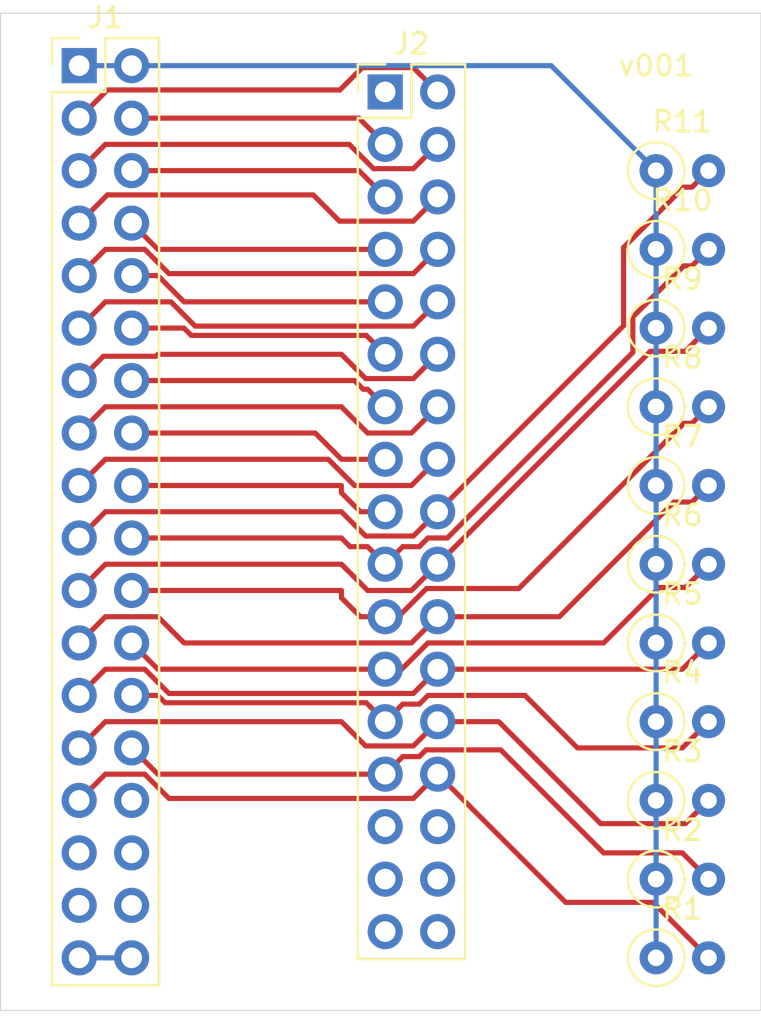
<source format=kicad_pcb>
(kicad_pcb (version 20171130) (host pcbnew "(5.1.2-1)-1")

  (general
    (thickness 1.6)
    (drawings 7)
    (tracks 198)
    (zones 0)
    (modules 13)
    (nets 42)
  )

  (page A4)
  (layers
    (0 F.Cu signal)
    (31 B.Cu signal)
    (32 B.Adhes user)
    (33 F.Adhes user)
    (34 B.Paste user)
    (35 F.Paste user)
    (36 B.SilkS user)
    (37 F.SilkS user)
    (38 B.Mask user)
    (39 F.Mask user)
    (40 Dwgs.User user)
    (41 Cmts.User user)
    (42 Eco1.User user)
    (43 Eco2.User user)
    (44 Edge.Cuts user)
    (45 Margin user)
    (46 B.CrtYd user)
    (47 F.CrtYd user)
    (48 B.Fab user)
    (49 F.Fab user)
  )

  (setup
    (last_trace_width 0.25)
    (trace_clearance 0.2)
    (zone_clearance 0.508)
    (zone_45_only no)
    (trace_min 0.2)
    (via_size 0.8)
    (via_drill 0.4)
    (via_min_size 0.4)
    (via_min_drill 0.3)
    (uvia_size 0.3)
    (uvia_drill 0.1)
    (uvias_allowed no)
    (uvia_min_size 0.2)
    (uvia_min_drill 0.1)
    (edge_width 0.05)
    (segment_width 0.2)
    (pcb_text_width 0.3)
    (pcb_text_size 1.5 1.5)
    (mod_edge_width 0.12)
    (mod_text_size 1 1)
    (mod_text_width 0.15)
    (pad_size 1.524 1.524)
    (pad_drill 0.762)
    (pad_to_mask_clearance 0.051)
    (solder_mask_min_width 0.25)
    (aux_axis_origin 0 0)
    (visible_elements FFFFFF7F)
    (pcbplotparams
      (layerselection 0x010fc_ffffffff)
      (usegerberextensions false)
      (usegerberattributes false)
      (usegerberadvancedattributes false)
      (creategerberjobfile false)
      (excludeedgelayer true)
      (linewidth 0.100000)
      (plotframeref false)
      (viasonmask false)
      (mode 1)
      (useauxorigin false)
      (hpglpennumber 1)
      (hpglpenspeed 20)
      (hpglpendiameter 15.000000)
      (psnegative false)
      (psa4output false)
      (plotreference true)
      (plotvalue true)
      (plotinvisibletext false)
      (padsonsilk false)
      (subtractmaskfromsilk false)
      (outputformat 1)
      (mirror false)
      (drillshape 0)
      (scaleselection 1)
      (outputdirectory "Switch_001a/"))
  )

  (net 0 "")
  (net 1 "Net-(J1-Pad35)")
  (net 2 "Net-(J1-Pad34)")
  (net 3 "Net-(J1-Pad33)")
  (net 4 "Net-(J1-Pad32)")
  (net 5 "Net-(J1-Pad31)")
  (net 6 "Net-(J1-Pad30)")
  (net 7 /Row13)
  (net 8 /Row12)
  (net 9 /Row11)
  (net 10 /Row10)
  (net 11 /Row9)
  (net 12 /Row8)
  (net 13 /Row7)
  (net 14 /Row6)
  (net 15 /Row5)
  (net 16 /Row4)
  (net 17 /Row3)
  (net 18 /Row2)
  (net 19 /Row1)
  (net 20 /Col10)
  (net 21 /Col9)
  (net 22 /Col8)
  (net 23 /Col7)
  (net 24 /Col6)
  (net 25 /Col5)
  (net 26 /Col4)
  (net 27 /Col3)
  (net 28 /Col2)
  (net 29 /Col1)
  (net 30 /Col0)
  (net 31 /Row15)
  (net 32 /Row14)
  (net 33 /Row0)
  (net 34 "Net-(J2-Pad34)")
  (net 35 "Net-(J2-Pad33)")
  (net 36 "Net-(J2-Pad32)")
  (net 37 "Net-(J2-Pad31)")
  (net 38 "Net-(J2-Pad30)")
  (net 39 "Net-(J2-Pad29)")
  (net 40 "Net-(J2-Pad1)")
  (net 41 +5V)

  (net_class Default "This is the default net class."
    (clearance 0.2)
    (trace_width 0.25)
    (via_dia 0.8)
    (via_drill 0.4)
    (uvia_dia 0.3)
    (uvia_drill 0.1)
    (add_net +5V)
    (add_net /Col0)
    (add_net /Col1)
    (add_net /Col10)
    (add_net /Col2)
    (add_net /Col3)
    (add_net /Col4)
    (add_net /Col5)
    (add_net /Col6)
    (add_net /Col7)
    (add_net /Col8)
    (add_net /Col9)
    (add_net /Row0)
    (add_net /Row1)
    (add_net /Row10)
    (add_net /Row11)
    (add_net /Row12)
    (add_net /Row13)
    (add_net /Row14)
    (add_net /Row15)
    (add_net /Row2)
    (add_net /Row3)
    (add_net /Row4)
    (add_net /Row5)
    (add_net /Row6)
    (add_net /Row7)
    (add_net /Row8)
    (add_net /Row9)
    (add_net "Net-(J1-Pad30)")
    (add_net "Net-(J1-Pad31)")
    (add_net "Net-(J1-Pad32)")
    (add_net "Net-(J1-Pad33)")
    (add_net "Net-(J1-Pad34)")
    (add_net "Net-(J1-Pad35)")
    (add_net "Net-(J2-Pad1)")
    (add_net "Net-(J2-Pad29)")
    (add_net "Net-(J2-Pad30)")
    (add_net "Net-(J2-Pad31)")
    (add_net "Net-(J2-Pad32)")
    (add_net "Net-(J2-Pad33)")
    (add_net "Net-(J2-Pad34)")
  )

  (module Resistor_THT:R_Axial_DIN0207_L6.3mm_D2.5mm_P2.54mm_Vertical (layer F.Cu) (tedit 5AE5139B) (tstamp 5D24DD22)
    (at 71.12 66.04)
    (descr "Resistor, Axial_DIN0207 series, Axial, Vertical, pin pitch=2.54mm, 0.25W = 1/4W, length*diameter=6.3*2.5mm^2, http://cdn-reichelt.de/documents/datenblatt/B400/1_4W%23YAG.pdf")
    (tags "Resistor Axial_DIN0207 series Axial Vertical pin pitch 2.54mm 0.25W = 1/4W length 6.3mm diameter 2.5mm")
    (path /5D2DCE3D)
    (fp_text reference R11 (at 1.27 -2.37) (layer F.SilkS)
      (effects (font (size 1 1) (thickness 0.15)))
    )
    (fp_text value R_US (at 1.27 2.37) (layer F.Fab)
      (effects (font (size 1 1) (thickness 0.15)))
    )
    (fp_text user %R (at 1.27 -2.37) (layer F.Fab)
      (effects (font (size 1 1) (thickness 0.15)))
    )
    (fp_line (start 3.59 -1.5) (end -1.5 -1.5) (layer F.CrtYd) (width 0.05))
    (fp_line (start 3.59 1.5) (end 3.59 -1.5) (layer F.CrtYd) (width 0.05))
    (fp_line (start -1.5 1.5) (end 3.59 1.5) (layer F.CrtYd) (width 0.05))
    (fp_line (start -1.5 -1.5) (end -1.5 1.5) (layer F.CrtYd) (width 0.05))
    (fp_line (start 1.37 0) (end 1.44 0) (layer F.SilkS) (width 0.12))
    (fp_line (start 0 0) (end 2.54 0) (layer F.Fab) (width 0.1))
    (fp_circle (center 0 0) (end 1.37 0) (layer F.SilkS) (width 0.12))
    (fp_circle (center 0 0) (end 1.25 0) (layer F.Fab) (width 0.1))
    (pad 2 thru_hole oval (at 2.54 0) (size 1.6 1.6) (drill 0.8) (layers *.Cu *.Mask)
      (net 30 /Col0))
    (pad 1 thru_hole circle (at 0 0) (size 1.6 1.6) (drill 0.8) (layers *.Cu *.Mask)
      (net 41 +5V))
    (model ${KISYS3DMOD}/Resistor_THT.3dshapes/R_Axial_DIN0207_L6.3mm_D2.5mm_P2.54mm_Vertical.wrl
      (at (xyz 0 0 0))
      (scale (xyz 1 1 1))
      (rotate (xyz 0 0 0))
    )
  )

  (module Resistor_THT:R_Axial_DIN0207_L6.3mm_D2.5mm_P2.54mm_Vertical (layer F.Cu) (tedit 5AE5139B) (tstamp 5D24DD13)
    (at 71.12 69.85)
    (descr "Resistor, Axial_DIN0207 series, Axial, Vertical, pin pitch=2.54mm, 0.25W = 1/4W, length*diameter=6.3*2.5mm^2, http://cdn-reichelt.de/documents/datenblatt/B400/1_4W%23YAG.pdf")
    (tags "Resistor Axial_DIN0207 series Axial Vertical pin pitch 2.54mm 0.25W = 1/4W length 6.3mm diameter 2.5mm")
    (path /5D2DCE33)
    (fp_text reference R10 (at 1.27 -2.37) (layer F.SilkS)
      (effects (font (size 1 1) (thickness 0.15)))
    )
    (fp_text value R_US (at 1.27 2.37) (layer F.Fab)
      (effects (font (size 1 1) (thickness 0.15)))
    )
    (fp_text user %R (at 1.27 -2.37) (layer F.Fab)
      (effects (font (size 1 1) (thickness 0.15)))
    )
    (fp_line (start 3.59 -1.5) (end -1.5 -1.5) (layer F.CrtYd) (width 0.05))
    (fp_line (start 3.59 1.5) (end 3.59 -1.5) (layer F.CrtYd) (width 0.05))
    (fp_line (start -1.5 1.5) (end 3.59 1.5) (layer F.CrtYd) (width 0.05))
    (fp_line (start -1.5 -1.5) (end -1.5 1.5) (layer F.CrtYd) (width 0.05))
    (fp_line (start 1.37 0) (end 1.44 0) (layer F.SilkS) (width 0.12))
    (fp_line (start 0 0) (end 2.54 0) (layer F.Fab) (width 0.1))
    (fp_circle (center 0 0) (end 1.37 0) (layer F.SilkS) (width 0.12))
    (fp_circle (center 0 0) (end 1.25 0) (layer F.Fab) (width 0.1))
    (pad 2 thru_hole oval (at 2.54 0) (size 1.6 1.6) (drill 0.8) (layers *.Cu *.Mask)
      (net 29 /Col1))
    (pad 1 thru_hole circle (at 0 0) (size 1.6 1.6) (drill 0.8) (layers *.Cu *.Mask)
      (net 41 +5V))
    (model ${KISYS3DMOD}/Resistor_THT.3dshapes/R_Axial_DIN0207_L6.3mm_D2.5mm_P2.54mm_Vertical.wrl
      (at (xyz 0 0 0))
      (scale (xyz 1 1 1))
      (rotate (xyz 0 0 0))
    )
  )

  (module Resistor_THT:R_Axial_DIN0207_L6.3mm_D2.5mm_P2.54mm_Vertical (layer F.Cu) (tedit 5AE5139B) (tstamp 5D24DD04)
    (at 71.12 73.66)
    (descr "Resistor, Axial_DIN0207 series, Axial, Vertical, pin pitch=2.54mm, 0.25W = 1/4W, length*diameter=6.3*2.5mm^2, http://cdn-reichelt.de/documents/datenblatt/B400/1_4W%23YAG.pdf")
    (tags "Resistor Axial_DIN0207 series Axial Vertical pin pitch 2.54mm 0.25W = 1/4W length 6.3mm diameter 2.5mm")
    (path /5D2D8EF0)
    (fp_text reference R9 (at 1.27 -2.37) (layer F.SilkS)
      (effects (font (size 1 1) (thickness 0.15)))
    )
    (fp_text value R_US (at 1.27 2.37) (layer F.Fab)
      (effects (font (size 1 1) (thickness 0.15)))
    )
    (fp_text user %R (at 1.27 -2.37) (layer F.Fab)
      (effects (font (size 1 1) (thickness 0.15)))
    )
    (fp_line (start 3.59 -1.5) (end -1.5 -1.5) (layer F.CrtYd) (width 0.05))
    (fp_line (start 3.59 1.5) (end 3.59 -1.5) (layer F.CrtYd) (width 0.05))
    (fp_line (start -1.5 1.5) (end 3.59 1.5) (layer F.CrtYd) (width 0.05))
    (fp_line (start -1.5 -1.5) (end -1.5 1.5) (layer F.CrtYd) (width 0.05))
    (fp_line (start 1.37 0) (end 1.44 0) (layer F.SilkS) (width 0.12))
    (fp_line (start 0 0) (end 2.54 0) (layer F.Fab) (width 0.1))
    (fp_circle (center 0 0) (end 1.37 0) (layer F.SilkS) (width 0.12))
    (fp_circle (center 0 0) (end 1.25 0) (layer F.Fab) (width 0.1))
    (pad 2 thru_hole oval (at 2.54 0) (size 1.6 1.6) (drill 0.8) (layers *.Cu *.Mask)
      (net 28 /Col2))
    (pad 1 thru_hole circle (at 0 0) (size 1.6 1.6) (drill 0.8) (layers *.Cu *.Mask)
      (net 41 +5V))
    (model ${KISYS3DMOD}/Resistor_THT.3dshapes/R_Axial_DIN0207_L6.3mm_D2.5mm_P2.54mm_Vertical.wrl
      (at (xyz 0 0 0))
      (scale (xyz 1 1 1))
      (rotate (xyz 0 0 0))
    )
  )

  (module Resistor_THT:R_Axial_DIN0207_L6.3mm_D2.5mm_P2.54mm_Vertical (layer F.Cu) (tedit 5AE5139B) (tstamp 5D24DCF5)
    (at 71.12 77.47)
    (descr "Resistor, Axial_DIN0207 series, Axial, Vertical, pin pitch=2.54mm, 0.25W = 1/4W, length*diameter=6.3*2.5mm^2, http://cdn-reichelt.de/documents/datenblatt/B400/1_4W%23YAG.pdf")
    (tags "Resistor Axial_DIN0207 series Axial Vertical pin pitch 2.54mm 0.25W = 1/4W length 6.3mm diameter 2.5mm")
    (path /5D2D8EE6)
    (fp_text reference R8 (at 1.27 -2.37) (layer F.SilkS)
      (effects (font (size 1 1) (thickness 0.15)))
    )
    (fp_text value R_US (at 1.27 2.37) (layer F.Fab)
      (effects (font (size 1 1) (thickness 0.15)))
    )
    (fp_text user %R (at 1.27 -2.37) (layer F.Fab)
      (effects (font (size 1 1) (thickness 0.15)))
    )
    (fp_line (start 3.59 -1.5) (end -1.5 -1.5) (layer F.CrtYd) (width 0.05))
    (fp_line (start 3.59 1.5) (end 3.59 -1.5) (layer F.CrtYd) (width 0.05))
    (fp_line (start -1.5 1.5) (end 3.59 1.5) (layer F.CrtYd) (width 0.05))
    (fp_line (start -1.5 -1.5) (end -1.5 1.5) (layer F.CrtYd) (width 0.05))
    (fp_line (start 1.37 0) (end 1.44 0) (layer F.SilkS) (width 0.12))
    (fp_line (start 0 0) (end 2.54 0) (layer F.Fab) (width 0.1))
    (fp_circle (center 0 0) (end 1.37 0) (layer F.SilkS) (width 0.12))
    (fp_circle (center 0 0) (end 1.25 0) (layer F.Fab) (width 0.1))
    (pad 2 thru_hole oval (at 2.54 0) (size 1.6 1.6) (drill 0.8) (layers *.Cu *.Mask)
      (net 27 /Col3))
    (pad 1 thru_hole circle (at 0 0) (size 1.6 1.6) (drill 0.8) (layers *.Cu *.Mask)
      (net 41 +5V))
    (model ${KISYS3DMOD}/Resistor_THT.3dshapes/R_Axial_DIN0207_L6.3mm_D2.5mm_P2.54mm_Vertical.wrl
      (at (xyz 0 0 0))
      (scale (xyz 1 1 1))
      (rotate (xyz 0 0 0))
    )
  )

  (module Resistor_THT:R_Axial_DIN0207_L6.3mm_D2.5mm_P2.54mm_Vertical (layer F.Cu) (tedit 5AE5139B) (tstamp 5D24DCE6)
    (at 71.12 81.28)
    (descr "Resistor, Axial_DIN0207 series, Axial, Vertical, pin pitch=2.54mm, 0.25W = 1/4W, length*diameter=6.3*2.5mm^2, http://cdn-reichelt.de/documents/datenblatt/B400/1_4W%23YAG.pdf")
    (tags "Resistor Axial_DIN0207 series Axial Vertical pin pitch 2.54mm 0.25W = 1/4W length 6.3mm diameter 2.5mm")
    (path /5D2D8EDC)
    (fp_text reference R7 (at 1.27 -2.37) (layer F.SilkS)
      (effects (font (size 1 1) (thickness 0.15)))
    )
    (fp_text value R_US (at 1.27 2.37) (layer F.Fab)
      (effects (font (size 1 1) (thickness 0.15)))
    )
    (fp_text user %R (at 1.27 -2.37) (layer F.Fab)
      (effects (font (size 1 1) (thickness 0.15)))
    )
    (fp_line (start 3.59 -1.5) (end -1.5 -1.5) (layer F.CrtYd) (width 0.05))
    (fp_line (start 3.59 1.5) (end 3.59 -1.5) (layer F.CrtYd) (width 0.05))
    (fp_line (start -1.5 1.5) (end 3.59 1.5) (layer F.CrtYd) (width 0.05))
    (fp_line (start -1.5 -1.5) (end -1.5 1.5) (layer F.CrtYd) (width 0.05))
    (fp_line (start 1.37 0) (end 1.44 0) (layer F.SilkS) (width 0.12))
    (fp_line (start 0 0) (end 2.54 0) (layer F.Fab) (width 0.1))
    (fp_circle (center 0 0) (end 1.37 0) (layer F.SilkS) (width 0.12))
    (fp_circle (center 0 0) (end 1.25 0) (layer F.Fab) (width 0.1))
    (pad 2 thru_hole oval (at 2.54 0) (size 1.6 1.6) (drill 0.8) (layers *.Cu *.Mask)
      (net 26 /Col4))
    (pad 1 thru_hole circle (at 0 0) (size 1.6 1.6) (drill 0.8) (layers *.Cu *.Mask)
      (net 41 +5V))
    (model ${KISYS3DMOD}/Resistor_THT.3dshapes/R_Axial_DIN0207_L6.3mm_D2.5mm_P2.54mm_Vertical.wrl
      (at (xyz 0 0 0))
      (scale (xyz 1 1 1))
      (rotate (xyz 0 0 0))
    )
  )

  (module Resistor_THT:R_Axial_DIN0207_L6.3mm_D2.5mm_P2.54mm_Vertical (layer F.Cu) (tedit 5AE5139B) (tstamp 5D24DCD7)
    (at 71.12 85.09)
    (descr "Resistor, Axial_DIN0207 series, Axial, Vertical, pin pitch=2.54mm, 0.25W = 1/4W, length*diameter=6.3*2.5mm^2, http://cdn-reichelt.de/documents/datenblatt/B400/1_4W%23YAG.pdf")
    (tags "Resistor Axial_DIN0207 series Axial Vertical pin pitch 2.54mm 0.25W = 1/4W length 6.3mm diameter 2.5mm")
    (path /5D2D8ED2)
    (fp_text reference R6 (at 1.27 -2.37) (layer F.SilkS)
      (effects (font (size 1 1) (thickness 0.15)))
    )
    (fp_text value R_US (at 1.27 2.37) (layer F.Fab)
      (effects (font (size 1 1) (thickness 0.15)))
    )
    (fp_text user %R (at 1.27 -2.37) (layer F.Fab)
      (effects (font (size 1 1) (thickness 0.15)))
    )
    (fp_line (start 3.59 -1.5) (end -1.5 -1.5) (layer F.CrtYd) (width 0.05))
    (fp_line (start 3.59 1.5) (end 3.59 -1.5) (layer F.CrtYd) (width 0.05))
    (fp_line (start -1.5 1.5) (end 3.59 1.5) (layer F.CrtYd) (width 0.05))
    (fp_line (start -1.5 -1.5) (end -1.5 1.5) (layer F.CrtYd) (width 0.05))
    (fp_line (start 1.37 0) (end 1.44 0) (layer F.SilkS) (width 0.12))
    (fp_line (start 0 0) (end 2.54 0) (layer F.Fab) (width 0.1))
    (fp_circle (center 0 0) (end 1.37 0) (layer F.SilkS) (width 0.12))
    (fp_circle (center 0 0) (end 1.25 0) (layer F.Fab) (width 0.1))
    (pad 2 thru_hole oval (at 2.54 0) (size 1.6 1.6) (drill 0.8) (layers *.Cu *.Mask)
      (net 25 /Col5))
    (pad 1 thru_hole circle (at 0 0) (size 1.6 1.6) (drill 0.8) (layers *.Cu *.Mask)
      (net 41 +5V))
    (model ${KISYS3DMOD}/Resistor_THT.3dshapes/R_Axial_DIN0207_L6.3mm_D2.5mm_P2.54mm_Vertical.wrl
      (at (xyz 0 0 0))
      (scale (xyz 1 1 1))
      (rotate (xyz 0 0 0))
    )
  )

  (module Resistor_THT:R_Axial_DIN0207_L6.3mm_D2.5mm_P2.54mm_Vertical (layer F.Cu) (tedit 5AE5139B) (tstamp 5D24DCC8)
    (at 71.12 88.9)
    (descr "Resistor, Axial_DIN0207 series, Axial, Vertical, pin pitch=2.54mm, 0.25W = 1/4W, length*diameter=6.3*2.5mm^2, http://cdn-reichelt.de/documents/datenblatt/B400/1_4W%23YAG.pdf")
    (tags "Resistor Axial_DIN0207 series Axial Vertical pin pitch 2.54mm 0.25W = 1/4W length 6.3mm diameter 2.5mm")
    (path /5D2D7512)
    (fp_text reference R5 (at 1.27 -2.37) (layer F.SilkS)
      (effects (font (size 1 1) (thickness 0.15)))
    )
    (fp_text value R_US (at 1.27 2.37) (layer F.Fab)
      (effects (font (size 1 1) (thickness 0.15)))
    )
    (fp_text user %R (at 1.27 -2.37) (layer F.Fab)
      (effects (font (size 1 1) (thickness 0.15)))
    )
    (fp_line (start 3.59 -1.5) (end -1.5 -1.5) (layer F.CrtYd) (width 0.05))
    (fp_line (start 3.59 1.5) (end 3.59 -1.5) (layer F.CrtYd) (width 0.05))
    (fp_line (start -1.5 1.5) (end 3.59 1.5) (layer F.CrtYd) (width 0.05))
    (fp_line (start -1.5 -1.5) (end -1.5 1.5) (layer F.CrtYd) (width 0.05))
    (fp_line (start 1.37 0) (end 1.44 0) (layer F.SilkS) (width 0.12))
    (fp_line (start 0 0) (end 2.54 0) (layer F.Fab) (width 0.1))
    (fp_circle (center 0 0) (end 1.37 0) (layer F.SilkS) (width 0.12))
    (fp_circle (center 0 0) (end 1.25 0) (layer F.Fab) (width 0.1))
    (pad 2 thru_hole oval (at 2.54 0) (size 1.6 1.6) (drill 0.8) (layers *.Cu *.Mask)
      (net 24 /Col6))
    (pad 1 thru_hole circle (at 0 0) (size 1.6 1.6) (drill 0.8) (layers *.Cu *.Mask)
      (net 41 +5V))
    (model ${KISYS3DMOD}/Resistor_THT.3dshapes/R_Axial_DIN0207_L6.3mm_D2.5mm_P2.54mm_Vertical.wrl
      (at (xyz 0 0 0))
      (scale (xyz 1 1 1))
      (rotate (xyz 0 0 0))
    )
  )

  (module Resistor_THT:R_Axial_DIN0207_L6.3mm_D2.5mm_P2.54mm_Vertical (layer F.Cu) (tedit 5AE5139B) (tstamp 5D24DCB9)
    (at 71.12 92.71)
    (descr "Resistor, Axial_DIN0207 series, Axial, Vertical, pin pitch=2.54mm, 0.25W = 1/4W, length*diameter=6.3*2.5mm^2, http://cdn-reichelt.de/documents/datenblatt/B400/1_4W%23YAG.pdf")
    (tags "Resistor Axial_DIN0207 series Axial Vertical pin pitch 2.54mm 0.25W = 1/4W length 6.3mm diameter 2.5mm")
    (path /5D2D7508)
    (fp_text reference R4 (at 1.27 -2.37) (layer F.SilkS)
      (effects (font (size 1 1) (thickness 0.15)))
    )
    (fp_text value R_US (at 1.27 2.37) (layer F.Fab)
      (effects (font (size 1 1) (thickness 0.15)))
    )
    (fp_text user %R (at 1.27 -2.37) (layer F.Fab)
      (effects (font (size 1 1) (thickness 0.15)))
    )
    (fp_line (start 3.59 -1.5) (end -1.5 -1.5) (layer F.CrtYd) (width 0.05))
    (fp_line (start 3.59 1.5) (end 3.59 -1.5) (layer F.CrtYd) (width 0.05))
    (fp_line (start -1.5 1.5) (end 3.59 1.5) (layer F.CrtYd) (width 0.05))
    (fp_line (start -1.5 -1.5) (end -1.5 1.5) (layer F.CrtYd) (width 0.05))
    (fp_line (start 1.37 0) (end 1.44 0) (layer F.SilkS) (width 0.12))
    (fp_line (start 0 0) (end 2.54 0) (layer F.Fab) (width 0.1))
    (fp_circle (center 0 0) (end 1.37 0) (layer F.SilkS) (width 0.12))
    (fp_circle (center 0 0) (end 1.25 0) (layer F.Fab) (width 0.1))
    (pad 2 thru_hole oval (at 2.54 0) (size 1.6 1.6) (drill 0.8) (layers *.Cu *.Mask)
      (net 23 /Col7))
    (pad 1 thru_hole circle (at 0 0) (size 1.6 1.6) (drill 0.8) (layers *.Cu *.Mask)
      (net 41 +5V))
    (model ${KISYS3DMOD}/Resistor_THT.3dshapes/R_Axial_DIN0207_L6.3mm_D2.5mm_P2.54mm_Vertical.wrl
      (at (xyz 0 0 0))
      (scale (xyz 1 1 1))
      (rotate (xyz 0 0 0))
    )
  )

  (module Resistor_THT:R_Axial_DIN0207_L6.3mm_D2.5mm_P2.54mm_Vertical (layer F.Cu) (tedit 5AE5139B) (tstamp 5D24DCAA)
    (at 71.12 96.52)
    (descr "Resistor, Axial_DIN0207 series, Axial, Vertical, pin pitch=2.54mm, 0.25W = 1/4W, length*diameter=6.3*2.5mm^2, http://cdn-reichelt.de/documents/datenblatt/B400/1_4W%23YAG.pdf")
    (tags "Resistor Axial_DIN0207 series Axial Vertical pin pitch 2.54mm 0.25W = 1/4W length 6.3mm diameter 2.5mm")
    (path /5D2D65F2)
    (fp_text reference R3 (at 1.27 -2.37) (layer F.SilkS)
      (effects (font (size 1 1) (thickness 0.15)))
    )
    (fp_text value R_US (at 1.27 2.37) (layer F.Fab)
      (effects (font (size 1 1) (thickness 0.15)))
    )
    (fp_text user %R (at 1.27 -2.37) (layer F.Fab)
      (effects (font (size 1 1) (thickness 0.15)))
    )
    (fp_line (start 3.59 -1.5) (end -1.5 -1.5) (layer F.CrtYd) (width 0.05))
    (fp_line (start 3.59 1.5) (end 3.59 -1.5) (layer F.CrtYd) (width 0.05))
    (fp_line (start -1.5 1.5) (end 3.59 1.5) (layer F.CrtYd) (width 0.05))
    (fp_line (start -1.5 -1.5) (end -1.5 1.5) (layer F.CrtYd) (width 0.05))
    (fp_line (start 1.37 0) (end 1.44 0) (layer F.SilkS) (width 0.12))
    (fp_line (start 0 0) (end 2.54 0) (layer F.Fab) (width 0.1))
    (fp_circle (center 0 0) (end 1.37 0) (layer F.SilkS) (width 0.12))
    (fp_circle (center 0 0) (end 1.25 0) (layer F.Fab) (width 0.1))
    (pad 2 thru_hole oval (at 2.54 0) (size 1.6 1.6) (drill 0.8) (layers *.Cu *.Mask)
      (net 22 /Col8))
    (pad 1 thru_hole circle (at 0 0) (size 1.6 1.6) (drill 0.8) (layers *.Cu *.Mask)
      (net 41 +5V))
    (model ${KISYS3DMOD}/Resistor_THT.3dshapes/R_Axial_DIN0207_L6.3mm_D2.5mm_P2.54mm_Vertical.wrl
      (at (xyz 0 0 0))
      (scale (xyz 1 1 1))
      (rotate (xyz 0 0 0))
    )
  )

  (module Resistor_THT:R_Axial_DIN0207_L6.3mm_D2.5mm_P2.54mm_Vertical (layer F.Cu) (tedit 5AE5139B) (tstamp 5D24DC9B)
    (at 71.12 100.33)
    (descr "Resistor, Axial_DIN0207 series, Axial, Vertical, pin pitch=2.54mm, 0.25W = 1/4W, length*diameter=6.3*2.5mm^2, http://cdn-reichelt.de/documents/datenblatt/B400/1_4W%23YAG.pdf")
    (tags "Resistor Axial_DIN0207 series Axial Vertical pin pitch 2.54mm 0.25W = 1/4W length 6.3mm diameter 2.5mm")
    (path /5D2D3BDC)
    (fp_text reference R2 (at 1.27 -2.37) (layer F.SilkS)
      (effects (font (size 1 1) (thickness 0.15)))
    )
    (fp_text value R_US (at 1.27 2.37) (layer F.Fab)
      (effects (font (size 1 1) (thickness 0.15)))
    )
    (fp_text user %R (at 1.27 -2.37) (layer F.Fab)
      (effects (font (size 1 1) (thickness 0.15)))
    )
    (fp_line (start 3.59 -1.5) (end -1.5 -1.5) (layer F.CrtYd) (width 0.05))
    (fp_line (start 3.59 1.5) (end 3.59 -1.5) (layer F.CrtYd) (width 0.05))
    (fp_line (start -1.5 1.5) (end 3.59 1.5) (layer F.CrtYd) (width 0.05))
    (fp_line (start -1.5 -1.5) (end -1.5 1.5) (layer F.CrtYd) (width 0.05))
    (fp_line (start 1.37 0) (end 1.44 0) (layer F.SilkS) (width 0.12))
    (fp_line (start 0 0) (end 2.54 0) (layer F.Fab) (width 0.1))
    (fp_circle (center 0 0) (end 1.37 0) (layer F.SilkS) (width 0.12))
    (fp_circle (center 0 0) (end 1.25 0) (layer F.Fab) (width 0.1))
    (pad 2 thru_hole oval (at 2.54 0) (size 1.6 1.6) (drill 0.8) (layers *.Cu *.Mask)
      (net 21 /Col9))
    (pad 1 thru_hole circle (at 0 0) (size 1.6 1.6) (drill 0.8) (layers *.Cu *.Mask)
      (net 41 +5V))
    (model ${KISYS3DMOD}/Resistor_THT.3dshapes/R_Axial_DIN0207_L6.3mm_D2.5mm_P2.54mm_Vertical.wrl
      (at (xyz 0 0 0))
      (scale (xyz 1 1 1))
      (rotate (xyz 0 0 0))
    )
  )

  (module Resistor_THT:R_Axial_DIN0207_L6.3mm_D2.5mm_P2.54mm_Vertical (layer F.Cu) (tedit 5AE5139B) (tstamp 5D24DC8C)
    (at 71.12 104.14)
    (descr "Resistor, Axial_DIN0207 series, Axial, Vertical, pin pitch=2.54mm, 0.25W = 1/4W, length*diameter=6.3*2.5mm^2, http://cdn-reichelt.de/documents/datenblatt/B400/1_4W%23YAG.pdf")
    (tags "Resistor Axial_DIN0207 series Axial Vertical pin pitch 2.54mm 0.25W = 1/4W length 6.3mm diameter 2.5mm")
    (path /5D2ECFAD)
    (fp_text reference R1 (at 1.27 -2.37) (layer F.SilkS)
      (effects (font (size 1 1) (thickness 0.15)))
    )
    (fp_text value " " (at 1.27 2.37) (layer F.Fab)
      (effects (font (size 1 1) (thickness 0.15)))
    )
    (fp_text user %R (at 1.27 -2.37) (layer F.Fab)
      (effects (font (size 1 1) (thickness 0.15)))
    )
    (fp_line (start 3.59 -1.5) (end -1.5 -1.5) (layer F.CrtYd) (width 0.05))
    (fp_line (start 3.59 1.5) (end 3.59 -1.5) (layer F.CrtYd) (width 0.05))
    (fp_line (start -1.5 1.5) (end 3.59 1.5) (layer F.CrtYd) (width 0.05))
    (fp_line (start -1.5 -1.5) (end -1.5 1.5) (layer F.CrtYd) (width 0.05))
    (fp_line (start 1.37 0) (end 1.44 0) (layer F.SilkS) (width 0.12))
    (fp_line (start 0 0) (end 2.54 0) (layer F.Fab) (width 0.1))
    (fp_circle (center 0 0) (end 1.37 0) (layer F.SilkS) (width 0.12))
    (fp_circle (center 0 0) (end 1.25 0) (layer F.Fab) (width 0.1))
    (pad 2 thru_hole oval (at 2.54 0) (size 1.6 1.6) (drill 0.8) (layers *.Cu *.Mask)
      (net 20 /Col10))
    (pad 1 thru_hole circle (at 0 0) (size 1.6 1.6) (drill 0.8) (layers *.Cu *.Mask)
      (net 41 +5V))
    (model ${KISYS3DMOD}/Resistor_THT.3dshapes/R_Axial_DIN0207_L6.3mm_D2.5mm_P2.54mm_Vertical.wrl
      (at (xyz 0 0 0))
      (scale (xyz 1 1 1))
      (rotate (xyz 0 0 0))
    )
  )

  (module Connector_PinHeader_2.54mm:PinHeader_2x17_P2.54mm_Vertical (layer F.Cu) (tedit 59FED5CC) (tstamp 5D2468B3)
    (at 58 62.23)
    (descr "Through hole straight pin header, 2x17, 2.54mm pitch, double rows")
    (tags "Through hole pin header THT 2x17 2.54mm double row")
    (path /5D265C93)
    (fp_text reference J2 (at 1.27 -2.33) (layer F.SilkS)
      (effects (font (size 1 1) (thickness 0.15)))
    )
    (fp_text value " " (at 1.27 42.97) (layer F.Fab)
      (effects (font (size 1 1) (thickness 0.15)))
    )
    (fp_text user %R (at 1.27 20.32 90) (layer F.Fab)
      (effects (font (size 1 1) (thickness 0.15)))
    )
    (fp_line (start 4.35 -1.8) (end -1.8 -1.8) (layer F.CrtYd) (width 0.05))
    (fp_line (start 4.35 42.45) (end 4.35 -1.8) (layer F.CrtYd) (width 0.05))
    (fp_line (start -1.8 42.45) (end 4.35 42.45) (layer F.CrtYd) (width 0.05))
    (fp_line (start -1.8 -1.8) (end -1.8 42.45) (layer F.CrtYd) (width 0.05))
    (fp_line (start -1.33 -1.33) (end 0 -1.33) (layer F.SilkS) (width 0.12))
    (fp_line (start -1.33 0) (end -1.33 -1.33) (layer F.SilkS) (width 0.12))
    (fp_line (start 1.27 -1.33) (end 3.87 -1.33) (layer F.SilkS) (width 0.12))
    (fp_line (start 1.27 1.27) (end 1.27 -1.33) (layer F.SilkS) (width 0.12))
    (fp_line (start -1.33 1.27) (end 1.27 1.27) (layer F.SilkS) (width 0.12))
    (fp_line (start 3.87 -1.33) (end 3.87 41.97) (layer F.SilkS) (width 0.12))
    (fp_line (start -1.33 1.27) (end -1.33 41.97) (layer F.SilkS) (width 0.12))
    (fp_line (start -1.33 41.97) (end 3.87 41.97) (layer F.SilkS) (width 0.12))
    (fp_line (start -1.27 0) (end 0 -1.27) (layer F.Fab) (width 0.1))
    (fp_line (start -1.27 41.91) (end -1.27 0) (layer F.Fab) (width 0.1))
    (fp_line (start 3.81 41.91) (end -1.27 41.91) (layer F.Fab) (width 0.1))
    (fp_line (start 3.81 -1.27) (end 3.81 41.91) (layer F.Fab) (width 0.1))
    (fp_line (start 0 -1.27) (end 3.81 -1.27) (layer F.Fab) (width 0.1))
    (pad 34 thru_hole oval (at 2.54 40.64) (size 1.7 1.7) (drill 1) (layers *.Cu *.Mask)
      (net 34 "Net-(J2-Pad34)"))
    (pad 33 thru_hole oval (at 0 40.64) (size 1.7 1.7) (drill 1) (layers *.Cu *.Mask)
      (net 35 "Net-(J2-Pad33)"))
    (pad 32 thru_hole oval (at 2.54 38.1) (size 1.7 1.7) (drill 1) (layers *.Cu *.Mask)
      (net 36 "Net-(J2-Pad32)"))
    (pad 31 thru_hole oval (at 0 38.1) (size 1.7 1.7) (drill 1) (layers *.Cu *.Mask)
      (net 37 "Net-(J2-Pad31)"))
    (pad 30 thru_hole oval (at 2.54 35.56) (size 1.7 1.7) (drill 1) (layers *.Cu *.Mask)
      (net 38 "Net-(J2-Pad30)"))
    (pad 29 thru_hole oval (at 0 35.56) (size 1.7 1.7) (drill 1) (layers *.Cu *.Mask)
      (net 39 "Net-(J2-Pad29)"))
    (pad 28 thru_hole oval (at 2.54 33.02) (size 1.7 1.7) (drill 1) (layers *.Cu *.Mask)
      (net 20 /Col10))
    (pad 27 thru_hole oval (at 0 33.02) (size 1.7 1.7) (drill 1) (layers *.Cu *.Mask)
      (net 21 /Col9))
    (pad 26 thru_hole oval (at 2.54 30.48) (size 1.7 1.7) (drill 1) (layers *.Cu *.Mask)
      (net 22 /Col8))
    (pad 25 thru_hole oval (at 0 30.48) (size 1.7 1.7) (drill 1) (layers *.Cu *.Mask)
      (net 23 /Col7))
    (pad 24 thru_hole oval (at 2.54 27.94) (size 1.7 1.7) (drill 1) (layers *.Cu *.Mask)
      (net 24 /Col6))
    (pad 23 thru_hole oval (at 0 27.94) (size 1.7 1.7) (drill 1) (layers *.Cu *.Mask)
      (net 25 /Col5))
    (pad 22 thru_hole oval (at 2.54 25.4) (size 1.7 1.7) (drill 1) (layers *.Cu *.Mask)
      (net 26 /Col4))
    (pad 21 thru_hole oval (at 0 25.4) (size 1.7 1.7) (drill 1) (layers *.Cu *.Mask)
      (net 27 /Col3))
    (pad 20 thru_hole oval (at 2.54 22.86) (size 1.7 1.7) (drill 1) (layers *.Cu *.Mask)
      (net 28 /Col2))
    (pad 19 thru_hole oval (at 0 22.86) (size 1.7 1.7) (drill 1) (layers *.Cu *.Mask)
      (net 29 /Col1))
    (pad 18 thru_hole oval (at 2.54 20.32) (size 1.7 1.7) (drill 1) (layers *.Cu *.Mask)
      (net 30 /Col0))
    (pad 17 thru_hole oval (at 0 20.32) (size 1.7 1.7) (drill 1) (layers *.Cu *.Mask)
      (net 31 /Row15))
    (pad 16 thru_hole oval (at 2.54 17.78) (size 1.7 1.7) (drill 1) (layers *.Cu *.Mask)
      (net 32 /Row14))
    (pad 15 thru_hole oval (at 0 17.78) (size 1.7 1.7) (drill 1) (layers *.Cu *.Mask)
      (net 7 /Row13))
    (pad 14 thru_hole oval (at 2.54 15.24) (size 1.7 1.7) (drill 1) (layers *.Cu *.Mask)
      (net 8 /Row12))
    (pad 13 thru_hole oval (at 0 15.24) (size 1.7 1.7) (drill 1) (layers *.Cu *.Mask)
      (net 9 /Row11))
    (pad 12 thru_hole oval (at 2.54 12.7) (size 1.7 1.7) (drill 1) (layers *.Cu *.Mask)
      (net 10 /Row10))
    (pad 11 thru_hole oval (at 0 12.7) (size 1.7 1.7) (drill 1) (layers *.Cu *.Mask)
      (net 11 /Row9))
    (pad 10 thru_hole oval (at 2.54 10.16) (size 1.7 1.7) (drill 1) (layers *.Cu *.Mask)
      (net 12 /Row8))
    (pad 9 thru_hole oval (at 0 10.16) (size 1.7 1.7) (drill 1) (layers *.Cu *.Mask)
      (net 13 /Row7))
    (pad 8 thru_hole oval (at 2.54 7.62) (size 1.7 1.7) (drill 1) (layers *.Cu *.Mask)
      (net 14 /Row6))
    (pad 7 thru_hole oval (at 0 7.62) (size 1.7 1.7) (drill 1) (layers *.Cu *.Mask)
      (net 15 /Row5))
    (pad 6 thru_hole oval (at 2.54 5.08) (size 1.7 1.7) (drill 1) (layers *.Cu *.Mask)
      (net 16 /Row4))
    (pad 5 thru_hole oval (at 0 5.08) (size 1.7 1.7) (drill 1) (layers *.Cu *.Mask)
      (net 17 /Row3))
    (pad 4 thru_hole oval (at 2.54 2.54) (size 1.7 1.7) (drill 1) (layers *.Cu *.Mask)
      (net 18 /Row2))
    (pad 3 thru_hole oval (at 0 2.54) (size 1.7 1.7) (drill 1) (layers *.Cu *.Mask)
      (net 19 /Row1))
    (pad 2 thru_hole oval (at 2.54 0) (size 1.7 1.7) (drill 1) (layers *.Cu *.Mask)
      (net 33 /Row0))
    (pad 1 thru_hole rect (at 0 0) (size 1.7 1.7) (drill 1) (layers *.Cu *.Mask)
      (net 40 "Net-(J2-Pad1)"))
    (model ${KISYS3DMOD}/Connector_PinHeader_2.54mm.3dshapes/PinHeader_2x17_P2.54mm_Vertical.wrl
      (at (xyz 0 0 0))
      (scale (xyz 1 1 1))
      (rotate (xyz 0 0 0))
    )
  )

  (module Connector_PinHeader_2.54mm:PinHeader_2x18_P2.54mm_Vertical (layer F.Cu) (tedit 59FED5CC) (tstamp 5D24687B)
    (at 43.18 60.96)
    (descr "Through hole straight pin header, 2x18, 2.54mm pitch, double rows")
    (tags "Through hole pin header THT 2x18 2.54mm double row")
    (path /5D25A90C)
    (fp_text reference J1 (at 1.27 -2.33) (layer F.SilkS)
      (effects (font (size 1 1) (thickness 0.15)))
    )
    (fp_text value " " (at 1.27 45.51) (layer F.Fab)
      (effects (font (size 1 1) (thickness 0.15)))
    )
    (fp_text user %R (at 1.27 21.59 90) (layer F.Fab)
      (effects (font (size 1 1) (thickness 0.15)))
    )
    (fp_line (start 4.35 -1.8) (end -1.8 -1.8) (layer F.CrtYd) (width 0.05))
    (fp_line (start 4.35 44.95) (end 4.35 -1.8) (layer F.CrtYd) (width 0.05))
    (fp_line (start -1.8 44.95) (end 4.35 44.95) (layer F.CrtYd) (width 0.05))
    (fp_line (start -1.8 -1.8) (end -1.8 44.95) (layer F.CrtYd) (width 0.05))
    (fp_line (start -1.33 -1.33) (end 0 -1.33) (layer F.SilkS) (width 0.12))
    (fp_line (start -1.33 0) (end -1.33 -1.33) (layer F.SilkS) (width 0.12))
    (fp_line (start 1.27 -1.33) (end 3.87 -1.33) (layer F.SilkS) (width 0.12))
    (fp_line (start 1.27 1.27) (end 1.27 -1.33) (layer F.SilkS) (width 0.12))
    (fp_line (start -1.33 1.27) (end 1.27 1.27) (layer F.SilkS) (width 0.12))
    (fp_line (start 3.87 -1.33) (end 3.87 44.51) (layer F.SilkS) (width 0.12))
    (fp_line (start -1.33 1.27) (end -1.33 44.51) (layer F.SilkS) (width 0.12))
    (fp_line (start -1.33 44.51) (end 3.87 44.51) (layer F.SilkS) (width 0.12))
    (fp_line (start -1.27 0) (end 0 -1.27) (layer F.Fab) (width 0.1))
    (fp_line (start -1.27 44.45) (end -1.27 0) (layer F.Fab) (width 0.1))
    (fp_line (start 3.81 44.45) (end -1.27 44.45) (layer F.Fab) (width 0.1))
    (fp_line (start 3.81 -1.27) (end 3.81 44.45) (layer F.Fab) (width 0.1))
    (fp_line (start 0 -1.27) (end 3.81 -1.27) (layer F.Fab) (width 0.1))
    (pad 36 thru_hole oval (at 2.54 43.18) (size 1.7 1.7) (drill 1) (layers *.Cu *.Mask)
      (net 1 "Net-(J1-Pad35)"))
    (pad 35 thru_hole oval (at 0 43.18) (size 1.7 1.7) (drill 1) (layers *.Cu *.Mask)
      (net 1 "Net-(J1-Pad35)"))
    (pad 34 thru_hole oval (at 2.54 40.64) (size 1.7 1.7) (drill 1) (layers *.Cu *.Mask)
      (net 2 "Net-(J1-Pad34)"))
    (pad 33 thru_hole oval (at 0 40.64) (size 1.7 1.7) (drill 1) (layers *.Cu *.Mask)
      (net 3 "Net-(J1-Pad33)"))
    (pad 32 thru_hole oval (at 2.54 38.1) (size 1.7 1.7) (drill 1) (layers *.Cu *.Mask)
      (net 4 "Net-(J1-Pad32)"))
    (pad 31 thru_hole oval (at 0 38.1) (size 1.7 1.7) (drill 1) (layers *.Cu *.Mask)
      (net 5 "Net-(J1-Pad31)"))
    (pad 30 thru_hole oval (at 2.54 35.56) (size 1.7 1.7) (drill 1) (layers *.Cu *.Mask)
      (net 6 "Net-(J1-Pad30)"))
    (pad 29 thru_hole oval (at 0 35.56) (size 1.7 1.7) (drill 1) (layers *.Cu *.Mask)
      (net 20 /Col10))
    (pad 28 thru_hole oval (at 2.54 33.02) (size 1.7 1.7) (drill 1) (layers *.Cu *.Mask)
      (net 21 /Col9))
    (pad 27 thru_hole oval (at 0 33.02) (size 1.7 1.7) (drill 1) (layers *.Cu *.Mask)
      (net 22 /Col8))
    (pad 26 thru_hole oval (at 2.54 30.48) (size 1.7 1.7) (drill 1) (layers *.Cu *.Mask)
      (net 23 /Col7))
    (pad 25 thru_hole oval (at 0 30.48) (size 1.7 1.7) (drill 1) (layers *.Cu *.Mask)
      (net 24 /Col6))
    (pad 24 thru_hole oval (at 2.54 27.94) (size 1.7 1.7) (drill 1) (layers *.Cu *.Mask)
      (net 25 /Col5))
    (pad 23 thru_hole oval (at 0 27.94) (size 1.7 1.7) (drill 1) (layers *.Cu *.Mask)
      (net 26 /Col4))
    (pad 22 thru_hole oval (at 2.54 25.4) (size 1.7 1.7) (drill 1) (layers *.Cu *.Mask)
      (net 27 /Col3))
    (pad 21 thru_hole oval (at 0 25.4) (size 1.7 1.7) (drill 1) (layers *.Cu *.Mask)
      (net 28 /Col2))
    (pad 20 thru_hole oval (at 2.54 22.86) (size 1.7 1.7) (drill 1) (layers *.Cu *.Mask)
      (net 29 /Col1))
    (pad 19 thru_hole oval (at 0 22.86) (size 1.7 1.7) (drill 1) (layers *.Cu *.Mask)
      (net 30 /Col0))
    (pad 18 thru_hole oval (at 2.54 20.32) (size 1.7 1.7) (drill 1) (layers *.Cu *.Mask)
      (net 31 /Row15))
    (pad 17 thru_hole oval (at 0 20.32) (size 1.7 1.7) (drill 1) (layers *.Cu *.Mask)
      (net 32 /Row14))
    (pad 16 thru_hole oval (at 2.54 17.78) (size 1.7 1.7) (drill 1) (layers *.Cu *.Mask)
      (net 7 /Row13))
    (pad 15 thru_hole oval (at 0 17.78) (size 1.7 1.7) (drill 1) (layers *.Cu *.Mask)
      (net 8 /Row12))
    (pad 14 thru_hole oval (at 2.54 15.24) (size 1.7 1.7) (drill 1) (layers *.Cu *.Mask)
      (net 9 /Row11))
    (pad 13 thru_hole oval (at 0 15.24) (size 1.7 1.7) (drill 1) (layers *.Cu *.Mask)
      (net 10 /Row10))
    (pad 12 thru_hole oval (at 2.54 12.7) (size 1.7 1.7) (drill 1) (layers *.Cu *.Mask)
      (net 11 /Row9))
    (pad 11 thru_hole oval (at 0 12.7) (size 1.7 1.7) (drill 1) (layers *.Cu *.Mask)
      (net 12 /Row8))
    (pad 10 thru_hole oval (at 2.54 10.16) (size 1.7 1.7) (drill 1) (layers *.Cu *.Mask)
      (net 13 /Row7))
    (pad 9 thru_hole oval (at 0 10.16) (size 1.7 1.7) (drill 1) (layers *.Cu *.Mask)
      (net 14 /Row6))
    (pad 8 thru_hole oval (at 2.54 7.62) (size 1.7 1.7) (drill 1) (layers *.Cu *.Mask)
      (net 15 /Row5))
    (pad 7 thru_hole oval (at 0 7.62) (size 1.7 1.7) (drill 1) (layers *.Cu *.Mask)
      (net 16 /Row4))
    (pad 6 thru_hole oval (at 2.54 5.08) (size 1.7 1.7) (drill 1) (layers *.Cu *.Mask)
      (net 17 /Row3))
    (pad 5 thru_hole oval (at 0 5.08) (size 1.7 1.7) (drill 1) (layers *.Cu *.Mask)
      (net 18 /Row2))
    (pad 4 thru_hole oval (at 2.54 2.54) (size 1.7 1.7) (drill 1) (layers *.Cu *.Mask)
      (net 19 /Row1))
    (pad 3 thru_hole oval (at 0 2.54) (size 1.7 1.7) (drill 1) (layers *.Cu *.Mask)
      (net 33 /Row0))
    (pad 2 thru_hole oval (at 2.54 0) (size 1.7 1.7) (drill 1) (layers *.Cu *.Mask)
      (net 41 +5V))
    (pad 1 thru_hole rect (at 0 0) (size 1.7 1.7) (drill 1) (layers *.Cu *.Mask)
      (net 41 +5V))
    (model ${KISYS3DMOD}/Connector_PinHeader_2.54mm.3dshapes/PinHeader_2x18_P2.54mm_Vertical.wrl
      (at (xyz 0 0 0))
      (scale (xyz 1 1 1))
      (rotate (xyz 0 0 0))
    )
  )

  (gr_text " " (at 57.15 105.41) (layer F.SilkS)
    (effects (font (size 1 1) (thickness 0.15)))
  )
  (gr_text " " (at 63.5 105.41) (layer F.Paste)
    (effects (font (size 1 1) (thickness 0.15)))
  )
  (gr_text v001 (at 71.12 60.96) (layer F.SilkS)
    (effects (font (size 1 1) (thickness 0.15)))
  )
  (gr_line (start 39.37 106.68) (end 39.37 58.42) (layer Edge.Cuts) (width 0.05) (tstamp 5D248399))
  (gr_line (start 76.2 106.68) (end 39.37 106.68) (layer Edge.Cuts) (width 0.05))
  (gr_line (start 76.2 58.42) (end 76.2 106.68) (layer Edge.Cuts) (width 0.05))
  (gr_line (start 39.37 58.42) (end 76.2 58.42) (layer Edge.Cuts) (width 0.05))

  (segment (start 43.18 104.14) (end 45.72 104.14) (width 0.25) (layer B.Cu) (net 1))
  (segment (start 55.88 80.01) (end 58 80.01) (width 0.25) (layer F.Cu) (net 7))
  (segment (start 54.61 78.74) (end 55.88 80.01) (width 0.25) (layer F.Cu) (net 7))
  (segment (start 45.72 78.74) (end 54.61 78.74) (width 0.25) (layer F.Cu) (net 7))
  (segment (start 43.18 78.74) (end 44.45 77.47) (width 0.25) (layer F.Cu) (net 8))
  (segment (start 44.45 77.47) (end 55.88 77.47) (width 0.25) (layer F.Cu) (net 8))
  (segment (start 55.88 77.47) (end 57.15 78.74) (width 0.25) (layer F.Cu) (net 8))
  (segment (start 59.27 78.74) (end 60.54 77.47) (width 0.25) (layer F.Cu) (net 8))
  (segment (start 57.15 78.74) (end 59.27 78.74) (width 0.25) (layer F.Cu) (net 8))
  (segment (start 56.933591 76.620001) (end 57.150001 76.620001) (width 0.25) (layer F.Cu) (net 9))
  (segment (start 56.51359 76.2) (end 56.933591 76.620001) (width 0.25) (layer F.Cu) (net 9))
  (segment (start 57.150001 76.620001) (end 58 77.47) (width 0.25) (layer F.Cu) (net 9))
  (segment (start 45.72 76.2) (end 56.51359 76.2) (width 0.25) (layer F.Cu) (net 9))
  (segment (start 44.355001 75.024999) (end 46.895001 75.024999) (width 0.25) (layer F.Cu) (net 10))
  (segment (start 43.18 76.2) (end 44.355001 75.024999) (width 0.25) (layer F.Cu) (net 10))
  (segment (start 46.895001 75.024999) (end 46.99 74.93) (width 0.25) (layer F.Cu) (net 10))
  (segment (start 46.99 74.93) (end 55.88 74.93) (width 0.25) (layer F.Cu) (net 10))
  (segment (start 59.690001 75.779999) (end 60.54 74.93) (width 0.25) (layer F.Cu) (net 10))
  (segment (start 59.364999 76.105001) (end 59.690001 75.779999) (width 0.25) (layer F.Cu) (net 10))
  (segment (start 57.055001 76.105001) (end 59.364999 76.105001) (width 0.25) (layer F.Cu) (net 10))
  (segment (start 55.88 74.93) (end 57.055001 76.105001) (width 0.25) (layer F.Cu) (net 10))
  (segment (start 48.25436 73.66) (end 48.609371 74.015011) (width 0.25) (layer F.Cu) (net 11))
  (segment (start 45.72 73.66) (end 48.25436 73.66) (width 0.25) (layer F.Cu) (net 11))
  (segment (start 57.085011 74.015011) (end 58 74.93) (width 0.25) (layer F.Cu) (net 11))
  (segment (start 48.609371 74.015011) (end 57.085011 74.015011) (width 0.25) (layer F.Cu) (net 11))
  (segment (start 43.18 73.66) (end 44.45 72.39) (width 0.25) (layer F.Cu) (net 12))
  (segment (start 59.364999 73.565001) (end 59.690001 73.239999) (width 0.25) (layer F.Cu) (net 12))
  (segment (start 48.795771 73.565001) (end 59.364999 73.565001) (width 0.25) (layer F.Cu) (net 12))
  (segment (start 59.690001 73.239999) (end 60.54 72.39) (width 0.25) (layer F.Cu) (net 12))
  (segment (start 47.62077 72.39) (end 48.795771 73.565001) (width 0.25) (layer F.Cu) (net 12))
  (segment (start 44.45 72.39) (end 47.62077 72.39) (width 0.25) (layer F.Cu) (net 12))
  (segment (start 56.797919 72.39) (end 58 72.39) (width 0.25) (layer F.Cu) (net 13))
  (segment (start 46.98718 71.12) (end 48.25718 72.39) (width 0.25) (layer F.Cu) (net 13))
  (segment (start 48.25718 72.39) (end 56.797919 72.39) (width 0.25) (layer F.Cu) (net 13))
  (segment (start 45.72 71.12) (end 46.98718 71.12) (width 0.25) (layer F.Cu) (net 13))
  (segment (start 43.18 71.12) (end 44.45 69.85) (width 0.25) (layer F.Cu) (net 14))
  (segment (start 59.364999 71.025001) (end 59.690001 70.699999) (width 0.25) (layer F.Cu) (net 14))
  (segment (start 47.528591 71.025001) (end 59.364999 71.025001) (width 0.25) (layer F.Cu) (net 14))
  (segment (start 46.35359 69.85) (end 47.528591 71.025001) (width 0.25) (layer F.Cu) (net 14))
  (segment (start 59.690001 70.699999) (end 60.54 69.85) (width 0.25) (layer F.Cu) (net 14))
  (segment (start 44.45 69.85) (end 46.35359 69.85) (width 0.25) (layer F.Cu) (net 14))
  (segment (start 46.99 69.85) (end 58 69.85) (width 0.25) (layer F.Cu) (net 15))
  (segment (start 45.72 68.58) (end 46.99 69.85) (width 0.25) (layer F.Cu) (net 15))
  (segment (start 44.544999 67.215001) (end 54.515001 67.215001) (width 0.25) (layer F.Cu) (net 16))
  (segment (start 43.18 68.58) (end 44.544999 67.215001) (width 0.25) (layer F.Cu) (net 16))
  (segment (start 59.690001 68.159999) (end 60.54 67.31) (width 0.25) (layer F.Cu) (net 16))
  (segment (start 59.364999 68.485001) (end 59.690001 68.159999) (width 0.25) (layer F.Cu) (net 16))
  (segment (start 55.785001 68.485001) (end 59.364999 68.485001) (width 0.25) (layer F.Cu) (net 16))
  (segment (start 54.515001 67.215001) (end 55.785001 68.485001) (width 0.25) (layer F.Cu) (net 16))
  (segment (start 56.73 66.04) (end 58 67.31) (width 0.25) (layer F.Cu) (net 17))
  (segment (start 45.72 66.04) (end 56.73 66.04) (width 0.25) (layer F.Cu) (net 17))
  (segment (start 43.18 66.04) (end 44.45 64.77) (width 0.25) (layer F.Cu) (net 18))
  (segment (start 59.690001 65.619999) (end 60.54 64.77) (width 0.25) (layer F.Cu) (net 18))
  (segment (start 57.435999 65.945001) (end 59.364999 65.945001) (width 0.25) (layer F.Cu) (net 18))
  (segment (start 56.260998 64.77) (end 57.435999 65.945001) (width 0.25) (layer F.Cu) (net 18))
  (segment (start 59.364999 65.945001) (end 59.690001 65.619999) (width 0.25) (layer F.Cu) (net 18))
  (segment (start 44.45 64.77) (end 56.260998 64.77) (width 0.25) (layer F.Cu) (net 18))
  (segment (start 56.73 63.5) (end 58 64.77) (width 0.25) (layer F.Cu) (net 19))
  (segment (start 45.72 63.5) (end 56.73 63.5) (width 0.25) (layer F.Cu) (net 19))
  (segment (start 43.18 96.52) (end 44.45 95.25) (width 0.25) (layer F.Cu) (net 20))
  (segment (start 59.364999 96.425001) (end 59.690001 96.099999) (width 0.25) (layer F.Cu) (net 20))
  (segment (start 47.528591 96.425001) (end 59.364999 96.425001) (width 0.25) (layer F.Cu) (net 20))
  (segment (start 46.35359 95.25) (end 47.528591 96.425001) (width 0.25) (layer F.Cu) (net 20))
  (segment (start 59.690001 96.099999) (end 60.54 95.25) (width 0.25) (layer F.Cu) (net 20))
  (segment (start 44.45 95.25) (end 46.35359 95.25) (width 0.25) (layer F.Cu) (net 20))
  (segment (start 70.975001 101.455001) (end 72.860001 103.340001) (width 0.25) (layer F.Cu) (net 20))
  (segment (start 66.745001 101.455001) (end 70.975001 101.455001) (width 0.25) (layer F.Cu) (net 20))
  (segment (start 72.860001 103.340001) (end 73.66 104.14) (width 0.25) (layer F.Cu) (net 20))
  (segment (start 60.54 95.25) (end 66.745001 101.455001) (width 0.25) (layer F.Cu) (net 20))
  (segment (start 46.99 95.25) (end 58 95.25) (width 0.25) (layer F.Cu) (net 21))
  (segment (start 45.72 93.98) (end 46.99 95.25) (width 0.25) (layer F.Cu) (net 21))
  (segment (start 63.594999 94.074999) (end 68.58 99.06) (width 0.25) (layer F.Cu) (net 21))
  (segment (start 58 95.25) (end 58.849999 94.400001) (width 0.25) (layer F.Cu) (net 21))
  (segment (start 59.650997 94.400001) (end 59.975999 94.074999) (width 0.25) (layer F.Cu) (net 21))
  (segment (start 72.39 99.06) (end 73.66 100.33) (width 0.25) (layer F.Cu) (net 21))
  (segment (start 68.58 99.06) (end 72.39 99.06) (width 0.25) (layer F.Cu) (net 21))
  (segment (start 58.849999 94.400001) (end 59.650997 94.400001) (width 0.25) (layer F.Cu) (net 21))
  (segment (start 59.975999 94.074999) (end 63.594999 94.074999) (width 0.25) (layer F.Cu) (net 21))
  (segment (start 43.18 93.98) (end 44.45 92.71) (width 0.25) (layer F.Cu) (net 22))
  (segment (start 44.45 92.71) (end 55.88 92.71) (width 0.25) (layer F.Cu) (net 22))
  (segment (start 59.690001 93.559999) (end 60.54 92.71) (width 0.25) (layer F.Cu) (net 22))
  (segment (start 59.364999 93.885001) (end 59.690001 93.559999) (width 0.25) (layer F.Cu) (net 22))
  (segment (start 57.055001 93.885001) (end 59.364999 93.885001) (width 0.25) (layer F.Cu) (net 22))
  (segment (start 55.88 92.71) (end 57.055001 93.885001) (width 0.25) (layer F.Cu) (net 22))
  (segment (start 60.54 92.71) (end 63.5 92.71) (width 0.25) (layer F.Cu) (net 22))
  (segment (start 72.534999 97.645001) (end 72.860001 97.319999) (width 0.25) (layer F.Cu) (net 22))
  (segment (start 68.435001 97.645001) (end 72.534999 97.645001) (width 0.25) (layer F.Cu) (net 22))
  (segment (start 72.860001 97.319999) (end 73.66 96.52) (width 0.25) (layer F.Cu) (net 22))
  (segment (start 63.5 92.71) (end 68.435001 97.645001) (width 0.25) (layer F.Cu) (net 22))
  (segment (start 46.98718 91.44) (end 47.342191 91.795011) (width 0.25) (layer F.Cu) (net 23))
  (segment (start 45.72 91.44) (end 46.98718 91.44) (width 0.25) (layer F.Cu) (net 23))
  (segment (start 57.085011 91.795011) (end 58 92.71) (width 0.25) (layer F.Cu) (net 23))
  (segment (start 47.342191 91.795011) (end 57.085011 91.795011) (width 0.25) (layer F.Cu) (net 23))
  (segment (start 59.650997 91.860001) (end 60.070998 91.44) (width 0.25) (layer F.Cu) (net 23))
  (segment (start 58.849999 91.860001) (end 59.650997 91.860001) (width 0.25) (layer F.Cu) (net 23))
  (segment (start 58 92.71) (end 58.849999 91.860001) (width 0.25) (layer F.Cu) (net 23))
  (segment (start 60.070998 91.44) (end 64.77 91.44) (width 0.25) (layer F.Cu) (net 23))
  (segment (start 64.77 91.44) (end 67.31 93.98) (width 0.25) (layer F.Cu) (net 23))
  (segment (start 72.39 93.98) (end 73.66 92.71) (width 0.25) (layer F.Cu) (net 23))
  (segment (start 67.31 93.98) (end 72.39 93.98) (width 0.25) (layer F.Cu) (net 23))
  (segment (start 43.18 91.44) (end 44.45 90.17) (width 0.25) (layer F.Cu) (net 24))
  (segment (start 59.690001 91.019999) (end 60.54 90.17) (width 0.25) (layer F.Cu) (net 24))
  (segment (start 47.528591 91.345001) (end 59.364999 91.345001) (width 0.25) (layer F.Cu) (net 24))
  (segment (start 59.364999 91.345001) (end 59.690001 91.019999) (width 0.25) (layer F.Cu) (net 24))
  (segment (start 46.35359 90.17) (end 47.528591 91.345001) (width 0.25) (layer F.Cu) (net 24))
  (segment (start 44.45 90.17) (end 46.35359 90.17) (width 0.25) (layer F.Cu) (net 24))
  (segment (start 72.39 90.17) (end 73.66 88.9) (width 0.25) (layer F.Cu) (net 24))
  (segment (start 60.54 90.17) (end 72.39 90.17) (width 0.25) (layer F.Cu) (net 24))
  (segment (start 46.99 90.17) (end 58 90.17) (width 0.25) (layer F.Cu) (net 25))
  (segment (start 45.72 88.9) (end 46.99 90.17) (width 0.25) (layer F.Cu) (net 25))
  (segment (start 58.800998 90.17) (end 60.070998 88.9) (width 0.25) (layer F.Cu) (net 25))
  (segment (start 58 90.17) (end 58.800998 90.17) (width 0.25) (layer F.Cu) (net 25))
  (segment (start 60.070998 88.9) (end 68.58 88.9) (width 0.25) (layer F.Cu) (net 25))
  (segment (start 72.860001 85.889999) (end 73.66 85.09) (width 0.25) (layer F.Cu) (net 25))
  (segment (start 72.534999 86.215001) (end 72.860001 85.889999) (width 0.25) (layer F.Cu) (net 25))
  (segment (start 71.264999 86.215001) (end 72.534999 86.215001) (width 0.25) (layer F.Cu) (net 25))
  (segment (start 68.58 88.9) (end 71.264999 86.215001) (width 0.25) (layer F.Cu) (net 25))
  (segment (start 43.18 88.9) (end 44.45 87.63) (width 0.25) (layer F.Cu) (net 26))
  (segment (start 44.45 87.63) (end 46.99 87.63) (width 0.25) (layer F.Cu) (net 26))
  (segment (start 59.690001 88.479999) (end 60.54 87.63) (width 0.25) (layer F.Cu) (net 26))
  (segment (start 59.27 88.9) (end 59.690001 88.479999) (width 0.25) (layer F.Cu) (net 26))
  (segment (start 48.26 88.9) (end 59.27 88.9) (width 0.25) (layer F.Cu) (net 26))
  (segment (start 46.99 87.63) (end 48.26 88.9) (width 0.25) (layer F.Cu) (net 26))
  (segment (start 72.860001 82.079999) (end 73.66 81.28) (width 0.25) (layer F.Cu) (net 26))
  (segment (start 71.985003 82.079999) (end 72.860001 82.079999) (width 0.25) (layer F.Cu) (net 26))
  (segment (start 66.435002 87.63) (end 71.985003 82.079999) (width 0.25) (layer F.Cu) (net 26))
  (segment (start 60.54 87.63) (end 66.435002 87.63) (width 0.25) (layer F.Cu) (net 26))
  (segment (start 56.797919 87.63) (end 58 87.63) (width 0.25) (layer F.Cu) (net 27))
  (segment (start 55.88 86.36) (end 55.88 86.712081) (width 0.25) (layer F.Cu) (net 27))
  (segment (start 55.88 86.712081) (end 56.797919 87.63) (width 0.25) (layer F.Cu) (net 27))
  (segment (start 45.72 86.36) (end 55.88 86.36) (width 0.25) (layer F.Cu) (net 27))
  (segment (start 72.860001 78.269999) (end 73.66 77.47) (width 0.25) (layer F.Cu) (net 27))
  (segment (start 72.464999 78.269999) (end 72.860001 78.269999) (width 0.25) (layer F.Cu) (net 27))
  (segment (start 64.469997 86.265001) (end 72.464999 78.269999) (width 0.25) (layer F.Cu) (net 27))
  (segment (start 60.001409 86.265001) (end 64.469997 86.265001) (width 0.25) (layer F.Cu) (net 27))
  (segment (start 58.63641 87.63) (end 60.001409 86.265001) (width 0.25) (layer F.Cu) (net 27))
  (segment (start 58 87.63) (end 58.63641 87.63) (width 0.25) (layer F.Cu) (net 27))
  (segment (start 43.18 86.36) (end 44.45 85.09) (width 0.25) (layer F.Cu) (net 28))
  (segment (start 44.45 85.09) (end 55.88 85.09) (width 0.25) (layer F.Cu) (net 28))
  (segment (start 55.88 85.09) (end 57.15 86.36) (width 0.25) (layer F.Cu) (net 28))
  (segment (start 59.27 86.36) (end 60.54 85.09) (width 0.25) (layer F.Cu) (net 28))
  (segment (start 57.15 86.36) (end 59.27 86.36) (width 0.25) (layer F.Cu) (net 28))
  (segment (start 72.860001 74.459999) (end 73.66 73.66) (width 0.25) (layer F.Cu) (net 28))
  (segment (start 70.844999 74.785001) (end 72.534999 74.785001) (width 0.25) (layer F.Cu) (net 28))
  (segment (start 72.534999 74.785001) (end 72.860001 74.459999) (width 0.25) (layer F.Cu) (net 28))
  (segment (start 60.54 85.09) (end 70.844999 74.785001) (width 0.25) (layer F.Cu) (net 28))
  (segment (start 57.150001 84.240001) (end 58 85.09) (width 0.25) (layer F.Cu) (net 29))
  (segment (start 56.300001 84.240001) (end 57.150001 84.240001) (width 0.25) (layer F.Cu) (net 29))
  (segment (start 55.88 83.82) (end 56.300001 84.240001) (width 0.25) (layer F.Cu) (net 29))
  (segment (start 45.72 83.82) (end 55.88 83.82) (width 0.25) (layer F.Cu) (net 29))
  (segment (start 72.464999 70.649999) (end 72.860001 70.649999) (width 0.25) (layer F.Cu) (net 29))
  (segment (start 69.994999 73.119999) (end 72.464999 70.649999) (width 0.25) (layer F.Cu) (net 29))
  (segment (start 61.009002 83.82) (end 69.994999 74.834003) (width 0.25) (layer F.Cu) (net 29))
  (segment (start 60.070998 83.82) (end 61.009002 83.82) (width 0.25) (layer F.Cu) (net 29))
  (segment (start 69.994999 74.834003) (end 69.994999 73.119999) (width 0.25) (layer F.Cu) (net 29))
  (segment (start 59.650997 84.240001) (end 60.070998 83.82) (width 0.25) (layer F.Cu) (net 29))
  (segment (start 72.860001 70.649999) (end 73.66 69.85) (width 0.25) (layer F.Cu) (net 29))
  (segment (start 58.849999 84.240001) (end 59.650997 84.240001) (width 0.25) (layer F.Cu) (net 29))
  (segment (start 58 85.09) (end 58.849999 84.240001) (width 0.25) (layer F.Cu) (net 29))
  (segment (start 59.690001 83.399999) (end 60.54 82.55) (width 0.25) (layer F.Cu) (net 30))
  (segment (start 57.055001 83.725001) (end 59.364999 83.725001) (width 0.25) (layer F.Cu) (net 30))
  (segment (start 59.364999 83.725001) (end 59.690001 83.399999) (width 0.25) (layer F.Cu) (net 30))
  (segment (start 55.88 82.55) (end 57.055001 83.725001) (width 0.25) (layer F.Cu) (net 30))
  (segment (start 44.45 82.55) (end 55.88 82.55) (width 0.25) (layer F.Cu) (net 30))
  (segment (start 43.18 83.82) (end 44.45 82.55) (width 0.25) (layer F.Cu) (net 30))
  (segment (start 69.544989 73.545011) (end 69.544989 69.760009) (width 0.25) (layer F.Cu) (net 30))
  (segment (start 60.54 82.55) (end 69.544989 73.545011) (width 0.25) (layer F.Cu) (net 30))
  (segment (start 72.860001 66.839999) (end 73.66 66.04) (width 0.25) (layer F.Cu) (net 30))
  (segment (start 72.464999 66.839999) (end 72.860001 66.839999) (width 0.25) (layer F.Cu) (net 30))
  (segment (start 69.544989 69.760009) (end 72.464999 66.839999) (width 0.25) (layer F.Cu) (net 30))
  (segment (start 45.72 81.28) (end 55.87718 81.28) (width 0.25) (layer F.Cu) (net 31))
  (segment (start 56.797919 82.55) (end 58 82.55) (width 0.25) (layer F.Cu) (net 31))
  (segment (start 55.87718 81.629261) (end 56.797919 82.55) (width 0.25) (layer F.Cu) (net 31))
  (segment (start 55.87718 81.28) (end 55.87718 81.629261) (width 0.25) (layer F.Cu) (net 31))
  (segment (start 43.18 81.28) (end 44.45 80.01) (width 0.25) (layer F.Cu) (net 32))
  (segment (start 55.24359 80.01) (end 56.51359 81.28) (width 0.25) (layer F.Cu) (net 32))
  (segment (start 44.45 80.01) (end 55.24359 80.01) (width 0.25) (layer F.Cu) (net 32))
  (segment (start 59.27 81.28) (end 60.54 80.01) (width 0.25) (layer F.Cu) (net 32))
  (segment (start 56.51359 81.28) (end 59.27 81.28) (width 0.25) (layer F.Cu) (net 32))
  (segment (start 59.690001 61.380001) (end 60.54 62.23) (width 0.25) (layer F.Cu) (net 33))
  (segment (start 59.364999 61.054999) (end 59.690001 61.380001) (width 0.25) (layer F.Cu) (net 33))
  (segment (start 55.809997 62.135001) (end 56.889999 61.054999) (width 0.25) (layer F.Cu) (net 33))
  (segment (start 56.889999 61.054999) (end 59.364999 61.054999) (width 0.25) (layer F.Cu) (net 33))
  (segment (start 44.544999 62.135001) (end 55.809997 62.135001) (width 0.25) (layer F.Cu) (net 33))
  (segment (start 43.18 63.5) (end 44.544999 62.135001) (width 0.25) (layer F.Cu) (net 33))
  (segment (start 43.18 60.96) (end 45.72 60.96) (width 0.25) (layer B.Cu) (net 41))
  (segment (start 66.04 60.96) (end 71.12 66.04) (width 0.25) (layer B.Cu) (net 41))
  (segment (start 45.72 60.96) (end 66.04 60.96) (width 0.25) (layer B.Cu) (net 41))
  (segment (start 71.12 66.04) (end 71.12 69.85) (width 0.25) (layer B.Cu) (net 41))
  (segment (start 71.12 69.85) (end 71.12 73.66) (width 0.25) (layer B.Cu) (net 41))
  (segment (start 71.12 73.66) (end 71.12 77.47) (width 0.25) (layer B.Cu) (net 41))
  (segment (start 71.12 77.47) (end 71.12 81.28) (width 0.25) (layer B.Cu) (net 41))
  (segment (start 71.12 81.28) (end 71.12 85.09) (width 0.25) (layer B.Cu) (net 41))
  (segment (start 71.12 85.09) (end 71.12 88.9) (width 0.25) (layer B.Cu) (net 41))
  (segment (start 71.12 88.9) (end 71.12 92.71) (width 0.25) (layer B.Cu) (net 41))
  (segment (start 71.12 92.71) (end 71.12 96.52) (width 0.25) (layer B.Cu) (net 41))
  (segment (start 71.12 96.52) (end 71.12 100.33) (width 0.25) (layer B.Cu) (net 41))
  (segment (start 71.12 100.33) (end 71.12 104.14) (width 0.25) (layer B.Cu) (net 41))

)

</source>
